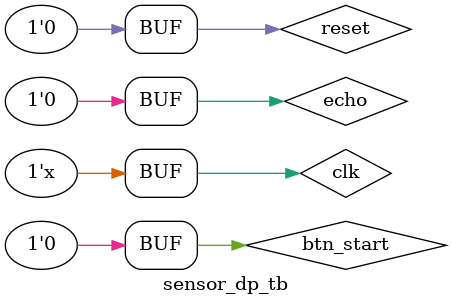
<source format=v>
`timescale 1ns / 1ps

module sensor_dp_tb;
    // Input signals
    reg clk;
    reg reset;
    reg echo;
    reg btn_start;
    wire trigger;
    wire [8:0] dist;
    
    sensor_dp uut (
        .clk(clk),
        .reset(reset),
        .echo(echo),
        .btn_start(btn_start),
        .trigger(trigger),
        .dist(dist)
    );
    
    always begin
        #5 clk = ~clk; 
    end
    
    initial begin
        clk = 0;
        reset = 1;
        echo = 0;
        btn_start = 0;
        
        #10;
        reset = 0;
        #10000
        btn_start = 1;
        #10;
        btn_start = 0;

        #11000;
        echo = 1;
      #580000; //580u
        echo = 0;

        #20000
        btn_start = 1;
        #10;
        btn_start = 0;

        #11000;
        echo = 1;
        #290000; //290u
        echo = 0;  
        #50;

        #20000
        btn_start = 1;
        #10;
        btn_start = 0;
        #11000;
        echo = 1;
        #2320000; //2320u
        echo = 0;  
        #50;
    end

endmodule
</source>
